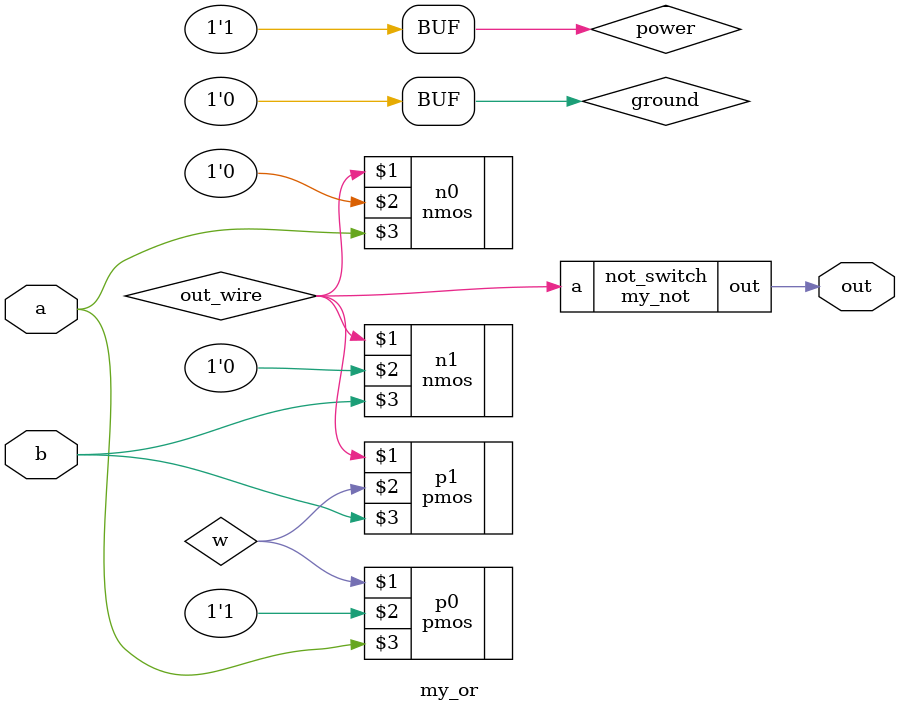
<source format=v>
module xnor_mos(a, b, out);
  input a, b;
  output out;
  
  
  wire not_wire, notand_wire, ornot_wire, xoror_wire, out_and_wire;
  
  supply1 power;
  supply0 ground;
  
  my_not nota_switch(a, not_wire);
  my_not notb_switc(b, notand_wire);
  my_or ornot_switch(not_wire, notand_wire, ornot_wire);
  my_or or_switch(a, b, xoror_wire);
  my_and andor_out(xoror_wire, ornot_wire, out_and_wire);
  my_not not_out(out_and_wire, out);
  
 
endmodule
module my_not(a, out);
  input a;
  output out;
  
  supply1 power;
  supply0 ground;
  
  nmos n0(out, ground, a);
  pmos p0(out, power, a);
  
endmodule

module my_and(a, b, out);
  input a, b;
  output out;
  supply1 power;
  supply0 ground;
  
  wire w, out_w;
  
  pmos p0(out_w, power, a);
  pmos p1(out_w, power, b);
  nmos n1(w, ground, b);
  nmos n0(out_w, w, a);
  
  my_not not_switch(out_w, out);
  
endmodule

module my_or(a, b, out);
  input a, b;
  output out;
  supply1 power;
  supply0 ground;
  
  wire w, out_wire;
  
  pmos p0(w, power, a);
  pmos p1(out_wire, w, b);
  nmos n1(out_wire, ground, b);
  nmos n0(out_wire, ground, a);
  
  my_not not_switch(out_wire, out);
  
endmodule
</source>
